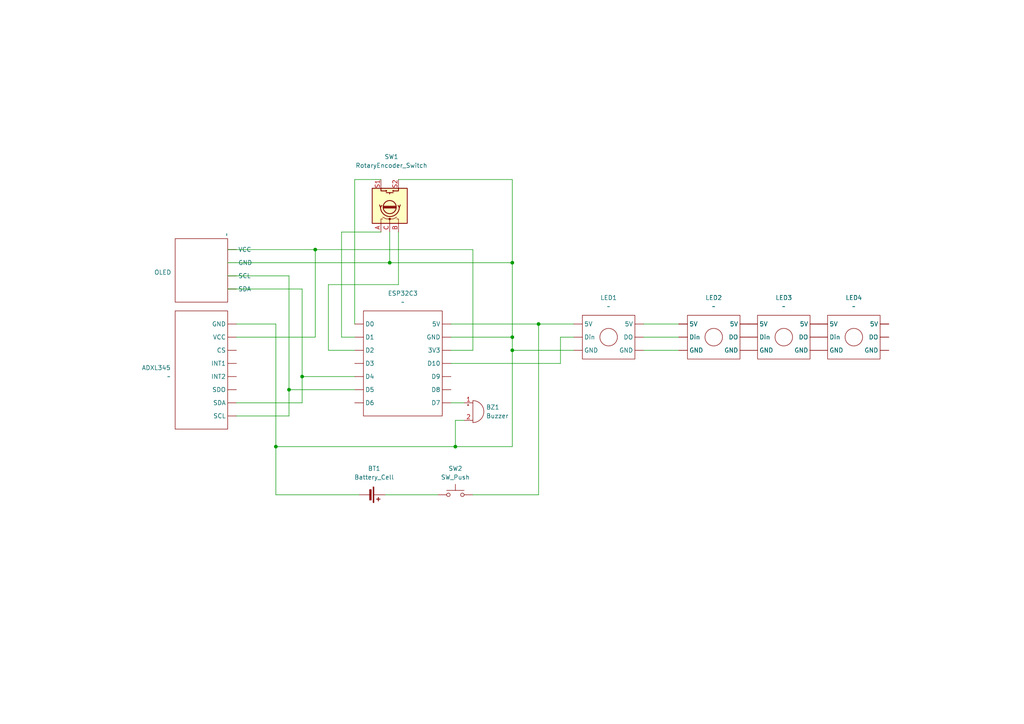
<source format=kicad_sch>
(kicad_sch (version 20250114) (generator "eeschema") (generator_version "9.0")
  (paper "A4")
  (title_block (title "TECHIN-512-A-Final Assignment 4") (date "12/02/2025") (company "Yutong Luo"))
  (lib_symbols
    (symbol "Device:Battery_Cell" (pin_numbers (hide yes)) (pin_names (offset 0) (hide yes))
      (property "Reference" "BT" (at 2.54 2.54 0))
      (property "Value" "Battery_Cell" (at 2.54 0 0))
      (symbol "Battery_Cell_0_1"
        (rectangle (start -2.286 1.778) (end 2.286 1.524) (fill (type outline)))
        (rectangle (start -1.524 1.016) (end 1.524 0.508) (fill (type outline)))
        (polyline (pts (xy 0 1.778) (xy 0 2.54)))
        (polyline (pts (xy 0 0.762) (xy 0 0)))
        (polyline (pts (xy 0.762 3.048) (xy 1.778 3.048)) (stroke (width 0.254)))
        (polyline (pts (xy 1.27 3.556) (xy 1.27 2.54)) (stroke (width 0.254)))
      )
      (symbol "Battery_Cell_1_1"
        (pin passive line (at 0 5.08 270) (length 2.54) (name "+") (number "1"))
        (pin passive line (at 0 -2.54 90) (length 2.54) (name "-") (number "2"))
      )
    )
    (symbol "Device:Buzzer" (pin_names (offset 0.0254) (hide yes))
      (property "Reference" "BZ" (at 3.81 1.27 0))
      (property "Value" "Buzzer" (at 3.81 -1.27 0))
      (symbol "Buzzer_0_1"
        (polyline (pts (xy -1.651 1.905) (xy -1.143 1.905)))
        (polyline (pts (xy -1.397 2.159) (xy -1.397 1.651)))
        (arc (start 0 3.175) (mid 3.1612 0) (end 0 -3.175))
        (polyline (pts (xy 0 3.175) (xy 0 -3.175)))
      )
      (symbol "Buzzer_1_1"
        (pin passive line (at -2.54 2.54 0) (length 2.54) (name "+") (number "1"))
        (pin passive line (at -2.54 -2.54 0) (length 2.54) (name "-") (number "2"))
      )
    )
    (symbol "Device:RotaryEncoder_Switch" (pin_names (offset 0.254) (hide yes))
      (property "Reference" "SW" (at 0 6.604 0))
      (property "Value" "RotaryEncoder_Switch" (at 0 -6.604 0))
      (symbol "RotaryEncoder_Switch_0_1"
        (rectangle (start -5.08 5.08) (end 5.08 -5.08) (stroke (width 0.254)) (fill (type background)))
        (polyline (pts (xy -5.08 2.54) (xy -3.81 2.54) (xy -3.81 2.032)))
        (polyline (pts (xy -5.08 0) (xy -3.81 0) (xy -3.81 -1.016) (xy -3.302 -2.032)))
        (polyline (pts (xy -5.08 -2.54) (xy -3.81 -2.54) (xy -3.81 -2.032)))
        (polyline (pts (xy -4.318 0) (xy -3.81 0) (xy -3.81 1.016) (xy -3.302 2.032)))
        (circle (center -3.81 0) (radius 0.254) (fill (type outline)))
        (polyline (pts (xy -0.635 -1.778) (xy -0.635 1.778)) (stroke (width 0.254)))
        (circle (center -0.381 0) (radius 1.905) (stroke (width 0.254)))
        (polyline (pts (xy -0.381 -1.778) (xy -0.381 1.778)) (stroke (width 0.254)))
        (arc (start -0.381 -2.794) (mid -3.0988 -0.0635) (end -0.381 2.667) (stroke (width 0.254)))
        (polyline (pts (xy -0.127 1.778) (xy -0.127 -1.778)) (stroke (width 0.254)))
        (polyline (pts (xy 0.254 2.921) (xy -0.508 2.667) (xy 0.127 2.286)) (stroke (width 0.254)))
        (polyline (pts (xy 0.254 -3.048) (xy -0.508 -2.794) (xy 0.127 -2.413)) (stroke (width 0.254)))
        (polyline (pts (xy 3.81 1.016) (xy 3.81 -1.016)) (stroke (width 0.254)))
        (polyline (pts (xy 3.81 0) (xy 3.429 0)) (stroke (width 0.254)))
        (circle (center 4.318 1.016) (radius 0.127) (stroke (width 0.254)))
        (circle (center 4.318 -1.016) (radius 0.127) (stroke (width 0.254)))
        (polyline (pts (xy 5.08 2.54) (xy 4.318 2.54) (xy 4.318 1.016)) (stroke (width 0.254)))
        (polyline (pts (xy 5.08 -2.54) (xy 4.318 -2.54) (xy 4.318 -1.016)) (stroke (width 0.254)))
      )
      (symbol "RotaryEncoder_Switch_1_1"
        (pin passive line (at -7.62 2.54 0) (length 2.54) (name "A") (number "A"))
        (pin passive line (at -7.62 0 0) (length 2.54) (name "C") (number "C"))
        (pin passive line (at -7.62 -2.54 0) (length 2.54) (name "B") (number "B"))
        (pin passive line (at 7.62 2.54 180) (length 2.54) (name "S1") (number "S1"))
        (pin passive line (at 7.62 -2.54 180) (length 2.54) (name "S2") (number "S2"))
      )
    )
    (symbol "NeoPixel_LED_1"
      (property "Reference" "U" (at 7.62 0 0))
      (symbol "NeoPixel_LED_1_0_1"
        (rectangle (start -6.35 7.62) (end 6.35 -7.62))
        (circle (center 0 0) (radius 2.54))
      )
      (symbol "NeoPixel_LED_1_1_1"
        (pin power_in line (at -3.81 10.16 270) (length 2.54) (name "5V") (number ""))
        (pin power_in line (at -3.81 -10.16 90) (length 2.54) (name "5V") (number ""))
        (pin input line (at 0 10.16 270) (length 2.54) (name "Din") (number ""))
        (pin power_out line (at 0 -10.16 90) (length 2.54) (name "DO") (number ""))
        (pin power_in line (at 3.81 10.16 270) (length 2.54) (name "GND") (number ""))
        (pin power_in line (at 3.81 -10.16 90) (length 2.54) (name "GND") (number ""))
      )
    )
    (symbol "NeoPixel_LED_2"
      (property "Reference" "U" (at 7.62 0 0))
      (symbol "NeoPixel_LED_2_0_1"
        (rectangle (start -6.35 7.62) (end 6.35 -7.62))
        (circle (center 0 0) (radius 2.54))
      )
      (symbol "NeoPixel_LED_2_1_1"
        (pin power_in line (at -3.81 10.16 270) (length 2.54) (name "5V") (number ""))
        (pin power_in line (at -3.81 -10.16 90) (length 2.54) (name "5V") (number ""))
        (pin input line (at 0 10.16 270) (length 2.54) (name "Din") (number ""))
        (pin power_out line (at 0 -10.16 90) (length 2.54) (name "DO") (number ""))
        (pin power_in line (at 3.81 10.16 270) (length 2.54) (name "GND") (number ""))
        (pin power_in line (at 3.81 -10.16 90) (length 2.54) (name "GND") (number ""))
      )
    )
    (symbol "NeoPixel_LED_3"
      (property "Reference" "U" (at 7.62 0 0))
      (symbol "NeoPixel_LED_3_0_1"
        (rectangle (start -6.35 7.62) (end 6.35 -7.62))
        (circle (center 0 0) (radius 2.54))
      )
      (symbol "NeoPixel_LED_3_1_1"
        (pin power_in line (at -3.81 10.16 270) (length 2.54) (name "5V") (number ""))
        (pin power_in line (at -3.81 -10.16 90) (length 2.54) (name "5V") (number ""))
        (pin input line (at 0 10.16 270) (length 2.54) (name "Din") (number ""))
        (pin power_out line (at 0 -10.16 90) (length 2.54) (name "DO") (number ""))
        (pin power_in line (at 3.81 10.16 270) (length 2.54) (name "GND") (number ""))
        (pin power_in line (at 3.81 -10.16 90) (length 2.54) (name "GND") (number ""))
      )
    )
    (symbol "Switch:SW_Push" (pin_numbers (hide yes)) (pin_names (offset 1.016) (hide yes))
      (property "Reference" "SW" (at 1.27 2.54 0))
      (property "Value" "SW_Push" (at 0 -1.524 0))
      (symbol "SW_Push_0_1"
        (circle (center -2.032 0) (radius 0.508))
        (polyline (pts (xy 0 1.27) (xy 0 3.048)))
        (circle (center 2.032 0) (radius 0.508))
        (polyline (pts (xy 2.54 1.27) (xy -2.54 1.27)))
        (pin passive line (at -5.08 0 0) (length 2.54) (name "1") (number "1"))
        (pin passive line (at 5.08 0 180) (length 2.54) (name "2") (number "2"))
      )
    )
    (symbol "sensorcircuits:ADXL345"
      (property "Reference" "U" (at 0 -20.066 0))
      (symbol "ADXL345_0_1"
        (rectangle (start -7.62 17.78) (end 7.62 -16.51))
      )
      (symbol "ADXL345_1_1"
        (pin power_in line (at -10.16 13.97 0) (length 2.54) (name "GND") (number ""))
        (pin power_in line (at -10.16 10.16 0) (length 2.54) (name "VCC") (number ""))
        (pin input line (at -10.16 6.35 0) (length 2.54) (name "CS") (number ""))
        (pin input line (at -10.16 2.54 0) (length 2.54) (name "INT1") (number ""))
        (pin input line (at -10.16 -1.27 0) (length 2.54) (name "INT2") (number ""))
        (pin input line (at -10.16 -5.08 0) (length 2.54) (name "SDO") (number ""))
        (pin input line (at -10.16 -8.89 0) (length 2.54) (name "SDA") (number ""))
        (pin input line (at -10.16 -12.7 0) (length 2.54) (name "SCL") (number ""))
      )
    )
    (symbol "sensorcircuits:NeoPixel_LED"
      (property "Reference" "U" (at 7.62 0 0))
      (symbol "NeoPixel_LED_0_1"
        (rectangle (start -6.35 7.62) (end 6.35 -7.62))
        (circle (center 0 0) (radius 2.54))
      )
      (symbol "NeoPixel_LED_1_1"
        (pin power_in line (at -3.81 10.16 270) (length 2.54) (name "5V") (number ""))
        (pin power_in line (at -3.81 -10.16 90) (length 2.54) (name "5V") (number ""))
        (pin input line (at 0 10.16 270) (length 2.54) (name "Din") (number ""))
        (pin power_out line (at 0 -10.16 90) (length 2.54) (name "DO") (number ""))
        (pin power_in line (at 3.81 10.16 270) (length 2.54) (name "GND") (number ""))
        (pin power_in line (at 3.81 -10.16 90) (length 2.54) (name "GND") (number ""))
      )
    )
    (symbol "sensorcircuits:SSD1306_OLED"
      (property "Reference" "U" (at 0 13.97 0))
      (symbol "SSD1306_OLED_0_1"
        (rectangle (start 7.62 10.795) (end -7.62 -7.62))
      )
      (symbol "SSD1306_OLED_1_1"
        (pin power_in line (at 7.62 7.62 0) (length 2.54) (name "VCC") (number ""))
        (pin power_in line (at 7.62 3.81 0) (length 2.54) (name "GND") (number ""))
        (pin input line (at 7.62 0 0) (length 2.54) (name "SCL") (number ""))
        (pin input line (at 7.62 -3.81 0) (length 2.54) (name "SDA") (number ""))
      )
    )
    (symbol "sensorcircuits:Xiao_ESP32C3"
      (property "Reference" "U" (at 0 -19.558 0))
      (symbol "Xiao_ESP32C3_0_1"
        (rectangle (start -11.43 15.24) (end 11.43 -15.24))
      )
      (symbol "Xiao_ESP32C3_1_1"
        (pin bidirectional line (at -13.97 11.43 0) (length 2.54) (name "D0") (number ""))
        (pin bidirectional line (at -13.97 7.62 0) (length 2.54) (name "D1") (number ""))
        (pin bidirectional line (at -13.97 3.81 0) (length 2.54) (name "D2") (number ""))
        (pin bidirectional line (at -13.97 0 0) (length 2.54) (name "D3") (number ""))
        (pin bidirectional line (at -13.97 -3.81 0) (length 2.54) (name "D4") (number ""))
        (pin bidirectional line (at -13.97 -7.62 0) (length 2.54) (name "D5") (number ""))
        (pin bidirectional line (at -13.97 -11.43 0) (length 2.54) (name "D6") (number ""))
        (pin power_out line (at 13.97 11.43 180) (length 2.54) (name "5V") (number ""))
        (pin power_in line (at 13.97 7.62 180) (length 2.54) (name "GND") (number ""))
        (pin power_out line (at 13.97 3.81 180) (length 2.54) (name "3V3") (number ""))
        (pin bidirectional line (at 13.97 0 180) (length 2.54) (name "D10") (number ""))
        (pin bidirectional line (at 13.97 -3.81 180) (length 2.54) (name "D9") (number ""))
        (pin bidirectional line (at 13.97 -7.62 180) (length 2.54) (name "D8") (number ""))
        (pin bidirectional line (at 13.97 -11.43 180) (length 2.54) (name "D7") (number ""))
      )
    )
  )
  (junction (at 83.82 113.03))
  (junction (at 87.63 109.22))
  (junction (at 156.21 93.98))
  (junction (at 91.44 72.39))
  (junction (at 148.59 101.6))
  (junction (at 113.03 76.2))
  (junction (at 148.59 76.2))
  (junction (at 80.01 129.54))
  (junction (at 132.08 129.54))
  (junction (at 148.59 97.79))
  (wire (pts (xy 83.82 113.03) (xy 102.87 113.03)))
  (wire (pts (xy 137.16 143.51) (xy 156.21 143.51)))
  (wire (pts (xy 113.03 67.31) (xy 113.03 76.2)))
  (wire (pts (xy 91.44 72.39) (xy 137.16 72.39)))
  (wire (pts (xy 68.58 116.84) (xy 87.63 116.84)))
  (wire (pts (xy 91.44 97.79) (xy 91.44 72.39)))
  (wire (pts (xy 102.87 52.07) (xy 102.87 93.98)))
  (wire (pts (xy 134.62 121.92) (xy 132.08 121.92)))
  (wire (pts (xy 148.59 97.79) (xy 148.59 101.6)))
  (wire (pts (xy 196.85 97.79) (xy 186.69 97.79)))
  (wire (pts (xy 99.06 67.31) (xy 99.06 97.79)))
  (wire (pts (xy 80.01 129.54) (xy 132.08 129.54)))
  (wire (pts (xy 80.01 129.54) (xy 80.01 143.51)))
  (wire (pts (xy 87.63 109.22) (xy 102.87 109.22)))
  (wire (pts (xy 196.85 93.98) (xy 186.69 93.98)))
  (wire (pts (xy 132.08 129.54) (xy 148.59 129.54)))
  (wire (pts (xy 66.04 83.82) (xy 87.63 83.82)))
  (wire (pts (xy 162.56 105.41) (xy 162.56 97.79)))
  (wire (pts (xy 110.49 67.31) (xy 99.06 67.31)))
  (wire (pts (xy 148.59 76.2) (xy 148.59 97.79)))
  (wire (pts (xy 68.58 97.79) (xy 91.44 97.79)))
  (wire (pts (xy 111.76 143.51) (xy 127 143.51)))
  (wire (pts (xy 113.03 76.2) (xy 148.59 76.2)))
  (wire (pts (xy 99.06 97.79) (xy 102.87 97.79)))
  (wire (pts (xy 130.81 116.84) (xy 134.62 116.84)))
  (wire (pts (xy 80.01 143.51) (xy 104.14 143.51)))
  (wire (pts (xy 132.08 121.92) (xy 132.08 129.54)))
  (wire (pts (xy 110.49 52.07) (xy 102.87 52.07)))
  (wire (pts (xy 115.57 82.55) (xy 95.25 82.55)))
  (wire (pts (xy 68.58 120.65) (xy 83.82 120.65)))
  (wire (pts (xy 87.63 109.22) (xy 87.63 116.84)))
  (wire (pts (xy 148.59 101.6) (xy 166.37 101.6)))
  (wire (pts (xy 66.04 72.39) (xy 91.44 72.39)))
  (wire (pts (xy 130.81 105.41) (xy 162.56 105.41)))
  (wire (pts (xy 115.57 67.31) (xy 115.57 82.55)))
  (wire (pts (xy 66.04 76.2) (xy 113.03 76.2)))
  (wire (pts (xy 156.21 143.51) (xy 156.21 93.98)))
  (wire (pts (xy 83.82 120.65) (xy 83.82 113.03)))
  (wire (pts (xy 162.56 97.79) (xy 166.37 97.79)))
  (wire (pts (xy 95.25 101.6) (xy 102.87 101.6)))
  (wire (pts (xy 95.25 82.55) (xy 95.25 101.6)))
  (wire (pts (xy 137.16 101.6) (xy 130.81 101.6)))
  (wire (pts (xy 87.63 83.82) (xy 87.63 109.22)))
  (wire (pts (xy 83.82 80.01) (xy 83.82 113.03)))
  (wire (pts (xy 148.59 52.07) (xy 148.59 76.2)))
  (wire (pts (xy 156.21 93.98) (xy 130.81 93.98)))
  (wire (pts (xy 156.21 93.98) (xy 166.37 93.98)))
  (wire (pts (xy 66.04 80.01) (xy 83.82 80.01)))
  (wire (pts (xy 137.16 72.39) (xy 137.16 101.6)))
  (wire (pts (xy 80.01 93.98) (xy 80.01 129.54)))
  (wire (pts (xy 196.85 101.6) (xy 186.69 101.6)))
  (wire (pts (xy 148.59 101.6) (xy 148.59 129.54)))
  (wire (pts (xy 68.58 93.98) (xy 80.01 93.98)))
  (wire (pts (xy 115.57 52.07) (xy 148.59 52.07)))
  (wire (pts (xy 130.81 97.79) (xy 148.59 97.79)))
  (symbol (lib_name "NeoPixel_LED_3") (lib_id "sensorcircuits:NeoPixel_LED") (at 176.53 97.79 90) (mirror x) (unit 1)
    (property "Reference" "LED1" (at 176.53 86.36 90))
    (property "Value" "~" (at 176.53 88.9 90))
  )
  (symbol (lib_id "sensorcircuits:SSD1306_OLED") (at 58.42 80.01 0) (unit 1)
    (property "Reference" "OLED" (at 44.704 78.994 0) (effects (justify left)))
    (property "Value" "~" (at 65.7224 68.58 90) (effects (justify left)))
  )
  (symbol (lib_id "Switch:SW_Push") (at 132.08 143.51 0) (unit 1)
    (property "Reference" "SW2" (at 132.08 135.89 0))
    (property "Value" "SW_Push" (at 132.08 138.43 0))
    (property "Description" "Push button switch, generic, two pins" (effects (hide yes)))
  )
  (symbol (lib_id "Device:RotaryEncoder_Switch") (at 113.03 59.69 90) (unit 1)
    (property "Reference" "SW1" (at 113.538 45.466 90))
    (property "Value" "RotaryEncoder_Switch" (at 113.538 48.006 90))
    (property "Description" "Rotary encoder, dual channel, incremental quadrate outputs, with switch" (effects (hide yes)))
  )
  (symbol (lib_name "NeoPixel_LED_1") (lib_id "sensorcircuits:NeoPixel_LED") (at 207.01 97.79 90) (mirror x) (unit 1)
    (property "Reference" "LED2" (at 207.01 86.36 90))
    (property "Value" "~" (at 207.01 88.9 90))
  )
  (symbol (lib_id "Device:Battery_Cell") (at 106.68 143.51 270) (unit 1)
    (property "Reference" "BT1" (at 108.5215 135.89 90))
    (property "Value" "Battery_Cell" (at 108.5215 138.43 90))
    (property "Description" "Single-cell battery" (effects (hide yes)))
  )
  (symbol (lib_id "sensorcircuits:Xiao_ESP32C3") (at 116.84 105.41 0) (unit 1)
    (property "Reference" "ESP32C3" (at 116.84 85.09 0))
    (property "Value" "~" (at 116.84 87.63 0))
  )
  (symbol (lib_id "sensorcircuits:ADXL345") (at 58.42 107.95 0) (mirror y) (unit 1)
    (property "Reference" "ADXL345" (at 49.53 106.6799 0) (effects (justify left)))
    (property "Value" "~" (at 49.53 109.2199 0) (effects (justify left)))
  )
  (symbol (lib_name "NeoPixel_LED_2") (lib_id "sensorcircuits:NeoPixel_LED") (at 227.33 97.79 90) (mirror x) (unit 1)
    (property "Reference" "LED3" (at 227.33 86.36 90))
    (property "Value" "~" (at 227.33 88.9 90))
  )
  (symbol (lib_id "Device:Buzzer") (at 137.16 119.38 0) (unit 1)
    (property "Reference" "BZ1" (at 140.97 118.1099 0) (effects (justify left)))
    (property "Value" "Buzzer" (at 140.97 120.6499 0) (effects (justify left)))
    (property "Description" "Buzzer, polarized" (effects (hide yes)))
  )
  (symbol (lib_id "sensorcircuits:NeoPixel_LED") (at 247.65 97.79 90) (mirror x) (unit 1)
    (property "Reference" "LED4" (at 247.65 86.36 90))
    (property "Value" "~" (at 247.65 88.9 90))
  )
)
</source>
